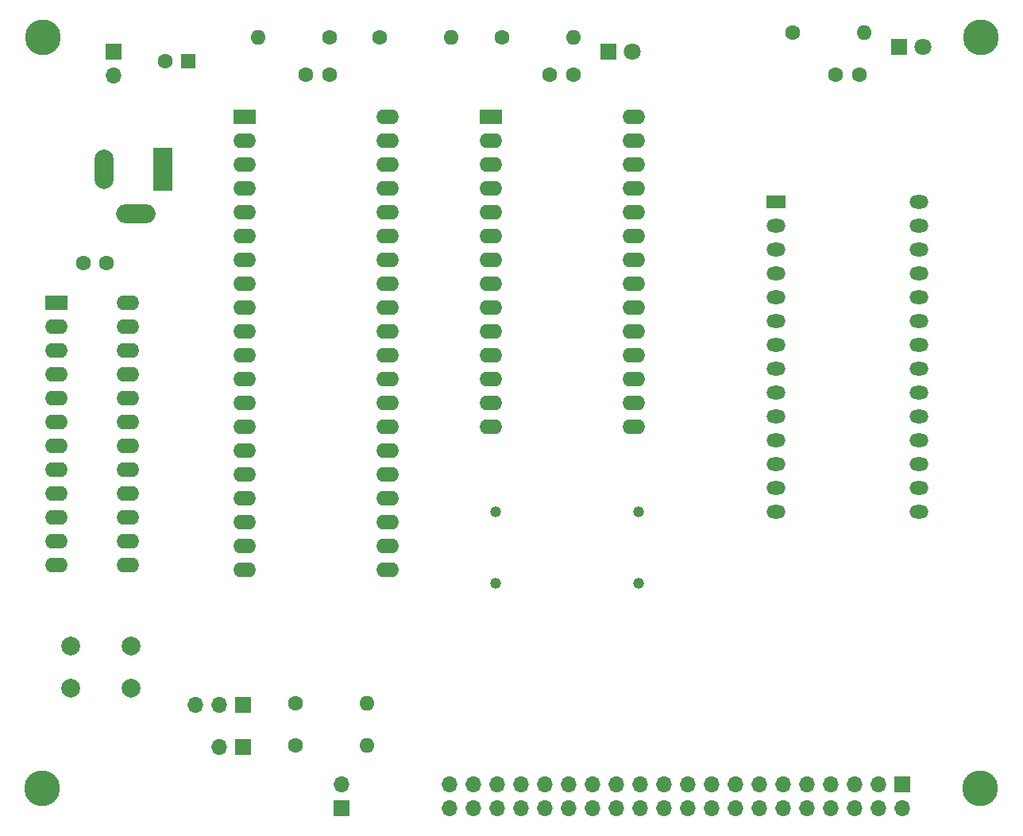
<source format=gbr>
%TF.GenerationSoftware,KiCad,Pcbnew,8.0.6*%
%TF.CreationDate,2024-12-09T21:22:34+01:00*%
%TF.ProjectId,mic1-cpu,6d696331-2d63-4707-952e-6b696361645f,rev?*%
%TF.SameCoordinates,Original*%
%TF.FileFunction,Soldermask,Top*%
%TF.FilePolarity,Negative*%
%FSLAX46Y46*%
G04 Gerber Fmt 4.6, Leading zero omitted, Abs format (unit mm)*
G04 Created by KiCad (PCBNEW 8.0.6) date 2024-12-09 21:22:34*
%MOMM*%
%LPD*%
G01*
G04 APERTURE LIST*
%ADD10C,1.600000*%
%ADD11O,1.600000X1.600000*%
%ADD12R,1.700000X1.700000*%
%ADD13O,1.700000X1.700000*%
%ADD14C,3.800000*%
%ADD15C,1.800000*%
%ADD16R,1.800000X1.800000*%
%ADD17R,1.600000X1.600000*%
%ADD18C,2.000000*%
%ADD19R,2.000000X1.440000*%
%ADD20O,2.000000X1.440000*%
%ADD21O,4.200000X2.000000*%
%ADD22O,2.000000X4.200000*%
%ADD23R,2.000000X4.600000*%
%ADD24R,2.400000X1.600000*%
%ADD25O,2.400000X1.600000*%
%ADD26C,1.192000*%
G04 APERTURE END LIST*
D10*
%TO.C,R6*%
X62390000Y-118400000D03*
D11*
X70010000Y-118400000D03*
%TD*%
D10*
%TO.C,R5*%
X62390000Y-113900000D03*
D11*
X70010000Y-113900000D03*
%TD*%
D12*
%TO.C,J6*%
X56775000Y-118612500D03*
D13*
X54235000Y-118612500D03*
%TD*%
D10*
%TO.C,C3*%
X122500000Y-47000000D03*
X120000000Y-47000000D03*
%TD*%
D12*
%TO.C,J1*%
X127120000Y-122560000D03*
D13*
X127120000Y-125100000D03*
X124580000Y-122560000D03*
X124580000Y-125100000D03*
X122040000Y-122560000D03*
X122040000Y-125100000D03*
X119500000Y-122560000D03*
X119500000Y-125100000D03*
X116960000Y-122560000D03*
X116960000Y-125100000D03*
X114420000Y-122560000D03*
X114420000Y-125100000D03*
X111880000Y-122560000D03*
X111880000Y-125100000D03*
X109340000Y-122560000D03*
X109340000Y-125100000D03*
X106800000Y-122560000D03*
X106800000Y-125100000D03*
X104260000Y-122560000D03*
X104260000Y-125100000D03*
X101720000Y-122560000D03*
X101720000Y-125100000D03*
X99180000Y-122560000D03*
X99180000Y-125100000D03*
X96640000Y-122560000D03*
X96640000Y-125100000D03*
X94100000Y-122560000D03*
X94100000Y-125100000D03*
X91560000Y-122560000D03*
X91560000Y-125100000D03*
X89020000Y-122560000D03*
X89020000Y-125100000D03*
X86480000Y-122560000D03*
X86480000Y-125100000D03*
X83940000Y-122560000D03*
X83940000Y-125100000D03*
X81400000Y-122560000D03*
X81400000Y-125100000D03*
X78860000Y-122560000D03*
X78860000Y-125100000D03*
%TD*%
D11*
%TO.C,R1*%
X58380000Y-43000000D03*
D10*
X66000000Y-43000000D03*
%TD*%
D11*
%TO.C,R4*%
X79000000Y-43000000D03*
D10*
X71380000Y-43000000D03*
%TD*%
%TO.C,C2*%
X92000000Y-47000000D03*
X89500000Y-47000000D03*
%TD*%
D11*
%TO.C,R2*%
X123000000Y-42500000D03*
D10*
X115380000Y-42500000D03*
%TD*%
%TO.C,C4*%
X39750000Y-67000000D03*
X42250000Y-67000000D03*
%TD*%
%TO.C,C1*%
X66000000Y-47000000D03*
X63500000Y-47000000D03*
%TD*%
D14*
%TO.C,Hole1*%
X35400000Y-123000000D03*
%TD*%
D15*
%TO.C,D1*%
X129265000Y-44000000D03*
D16*
X126725000Y-44000000D03*
%TD*%
D11*
%TO.C,R3*%
X92000000Y-43000000D03*
D10*
X84380000Y-43000000D03*
%TD*%
%TO.C,C5*%
X48500000Y-45500000D03*
D17*
X51000000Y-45500000D03*
%TD*%
D13*
%TO.C,J3*%
X51720000Y-114112500D03*
X54260000Y-114112500D03*
D12*
X56800000Y-114112500D03*
%TD*%
D18*
%TO.C,SW1*%
X44900000Y-112300000D03*
X38400000Y-112300000D03*
X44900000Y-107800000D03*
X38400000Y-107800000D03*
%TD*%
D15*
%TO.C,D2*%
X98265000Y-44500000D03*
D16*
X95725000Y-44500000D03*
%TD*%
D19*
%TO.C,IC3*%
X113607500Y-60510000D03*
D20*
X113607500Y-63050000D03*
X113607500Y-65590000D03*
X113607500Y-68130000D03*
X113607500Y-70670000D03*
X113607500Y-73210000D03*
X113607500Y-75750000D03*
X113607500Y-78290000D03*
X113607500Y-80830000D03*
X113607500Y-83370000D03*
X113607500Y-85910000D03*
X113607500Y-88450000D03*
X113607500Y-90990000D03*
X113607500Y-93530000D03*
X128847500Y-93530000D03*
X128847500Y-90990000D03*
X128847500Y-88450000D03*
X128847500Y-85910000D03*
X128847500Y-83370000D03*
X128847500Y-80830000D03*
X128847500Y-78290000D03*
X128847500Y-75750000D03*
X128847500Y-73210000D03*
X128847500Y-70670000D03*
X128847500Y-68130000D03*
X128847500Y-65590000D03*
X128847500Y-63050000D03*
X128847500Y-60510000D03*
%TD*%
D21*
%TO.C,J2*%
X45400000Y-61800000D03*
D22*
X42000000Y-57000000D03*
D23*
X48300000Y-57000000D03*
%TD*%
D24*
%TO.C,IC1*%
X57000000Y-51420000D03*
D25*
X57000000Y-53960000D03*
X57000000Y-56500000D03*
X57000000Y-59040000D03*
X57000000Y-61580000D03*
X57000000Y-64120000D03*
X57000000Y-66660000D03*
X57000000Y-69200000D03*
X57000000Y-71740000D03*
X57000000Y-74280000D03*
X57000000Y-76820000D03*
X57000000Y-79360000D03*
X57000000Y-81900000D03*
X57000000Y-84440000D03*
X57000000Y-86980000D03*
X57000000Y-89520000D03*
X57000000Y-92060000D03*
X57000000Y-94600000D03*
X57000000Y-97140000D03*
X57000000Y-99680000D03*
X72240000Y-99680000D03*
X72240000Y-97140000D03*
X72240000Y-94600000D03*
X72240000Y-92060000D03*
X72240000Y-89520000D03*
X72240000Y-86980000D03*
X72240000Y-84440000D03*
X72240000Y-81900000D03*
X72240000Y-79360000D03*
X72240000Y-76820000D03*
X72240000Y-74280000D03*
X72240000Y-71740000D03*
X72240000Y-69200000D03*
X72240000Y-66660000D03*
X72240000Y-64120000D03*
X72240000Y-61580000D03*
X72240000Y-59040000D03*
X72240000Y-56500000D03*
X72240000Y-53960000D03*
X72240000Y-51420000D03*
%TD*%
D14*
%TO.C,Hole2*%
X35500000Y-43000000D03*
%TD*%
D13*
%TO.C,J4*%
X43000000Y-47040000D03*
D12*
X43000000Y-44500000D03*
%TD*%
D13*
%TO.C,J5*%
X67300000Y-122535000D03*
D12*
X67300000Y-125075000D03*
%TD*%
D14*
%TO.C,Hole4*%
X135400000Y-123000000D03*
%TD*%
%TO.C,Hole3*%
X135500000Y-43000000D03*
%TD*%
D25*
%TO.C,IC2*%
X98500000Y-51420000D03*
X98500000Y-53960000D03*
X98500000Y-56500000D03*
X98500000Y-59040000D03*
X98500000Y-61580000D03*
X98500000Y-64120000D03*
X98500000Y-66660000D03*
X98500000Y-69200000D03*
X98500000Y-71740000D03*
X98500000Y-74280000D03*
X98500000Y-76820000D03*
X98500000Y-79360000D03*
X98500000Y-81900000D03*
X98500000Y-84440000D03*
X83260000Y-84440000D03*
X83260000Y-81900000D03*
X83260000Y-79360000D03*
X83260000Y-76820000D03*
X83260000Y-74280000D03*
X83260000Y-71740000D03*
X83260000Y-69200000D03*
X83260000Y-66660000D03*
X83260000Y-64120000D03*
X83260000Y-61580000D03*
X83260000Y-59040000D03*
X83260000Y-56500000D03*
X83260000Y-53960000D03*
D24*
X83260000Y-51420000D03*
%TD*%
D26*
%TO.C,Y1*%
X99000000Y-93500000D03*
X83760000Y-93500000D03*
X83760000Y-101120000D03*
X99000000Y-101120000D03*
%TD*%
D24*
%TO.C,IC4*%
X36880000Y-71300000D03*
D25*
X36880000Y-73840000D03*
X36880000Y-76380000D03*
X36880000Y-78920000D03*
X36880000Y-81460000D03*
X36880000Y-84000000D03*
X36880000Y-86540000D03*
X36880000Y-89080000D03*
X36880000Y-91620000D03*
X36880000Y-94160000D03*
X36880000Y-96700000D03*
X36880000Y-99240000D03*
X44500000Y-99240000D03*
X44500000Y-96700000D03*
X44500000Y-94160000D03*
X44500000Y-91620000D03*
X44500000Y-89080000D03*
X44500000Y-86540000D03*
X44500000Y-84000000D03*
X44500000Y-81460000D03*
X44500000Y-78920000D03*
X44500000Y-76380000D03*
X44500000Y-73840000D03*
X44500000Y-71300000D03*
%TD*%
M02*

</source>
